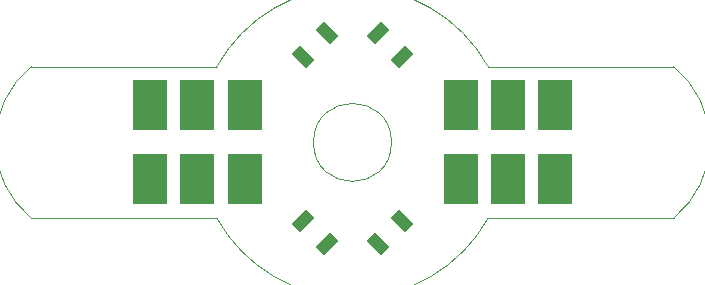
<source format=gbp>
%FSLAX25Y25*%
%MOIN*%
G70*
G01*
G75*
G04 Layer_Color=6049101*
%ADD10P,0.08352X4X360.0*%
%ADD11P,0.08352X4X90.0*%
%ADD12C,0.02500*%
%ADD13C,0.00100*%
%ADD14C,0.16500*%
%ADD15C,0.04000*%
G04:AMPARAMS|DCode=16|XSize=80mil|YSize=50mil|CornerRadius=0mil|HoleSize=0mil|Usage=FLASHONLY|Rotation=225.000|XOffset=0mil|YOffset=0mil|HoleType=Round|Shape=Rectangle|*
%AMROTATEDRECTD16*
4,1,4,0.01061,0.04596,0.04596,0.01061,-0.01061,-0.04596,-0.04596,-0.01061,0.01061,0.04596,0.0*
%
%ADD16ROTATEDRECTD16*%

G04:AMPARAMS|DCode=17|XSize=80mil|YSize=50mil|CornerRadius=0mil|HoleSize=0mil|Usage=FLASHONLY|Rotation=315.000|XOffset=0mil|YOffset=0mil|HoleType=Round|Shape=Rectangle|*
%AMROTATEDRECTD17*
4,1,4,-0.04596,0.01061,-0.01061,0.04596,0.04596,-0.01061,0.01061,-0.04596,-0.04596,0.01061,0.0*
%
%ADD17ROTATEDRECTD17*%

%ADD18R,0.12205X0.17716*%
%ADD19R,0.12205X0.17716*%
%ADD20C,0.01000*%
%ADD21P,0.06937X4X360.0*%
%ADD22P,0.06937X4X90.0*%
G04:AMPARAMS|DCode=23|XSize=70mil|YSize=40mil|CornerRadius=0mil|HoleSize=0mil|Usage=FLASHONLY|Rotation=225.000|XOffset=0mil|YOffset=0mil|HoleType=Round|Shape=Rectangle|*
%AMROTATEDRECTD23*
4,1,4,0.01061,0.03889,0.03889,0.01061,-0.01061,-0.03889,-0.03889,-0.01061,0.01061,0.03889,0.0*
%
%ADD23ROTATEDRECTD23*%

G04:AMPARAMS|DCode=24|XSize=70mil|YSize=40mil|CornerRadius=0mil|HoleSize=0mil|Usage=FLASHONLY|Rotation=315.000|XOffset=0mil|YOffset=0mil|HoleType=Round|Shape=Rectangle|*
%AMROTATEDRECTD24*
4,1,4,-0.03889,0.01061,-0.01061,0.03889,0.03889,-0.01061,0.01061,-0.03889,-0.03889,0.01061,0.0*
%
%ADD24ROTATEDRECTD24*%

%ADD25R,0.11205X0.16716*%
%ADD26R,0.11205X0.16716*%
D13*
X645179Y525300D02*
G03*
X554721Y525300I-45229J-25250D01*
G01*
Y474800D02*
G03*
X645179Y474800I45229J25250D01*
G01*
X612950Y500050D02*
G03*
X612950Y500050I-13000J0D01*
G01*
X492888Y525300D02*
G03*
X492888Y474800I20462J-25250D01*
G01*
X707012D02*
G03*
X707012Y525300I-20462J25250D01*
G01*
X492888Y474800D02*
X554721D01*
X492888Y525300D02*
X554721D01*
X645179Y474800D02*
X707012D01*
X645179Y525300D02*
X707012D01*
D23*
X583611Y473889D02*
D03*
X591389Y466111D02*
D03*
X616389Y528611D02*
D03*
X608611Y536389D02*
D03*
D24*
Y466111D02*
D03*
X616389Y473889D02*
D03*
X591389Y536389D02*
D03*
X583611Y528611D02*
D03*
D25*
X636004Y512500D02*
D03*
X651752D02*
D03*
X667500D02*
D03*
X564000Y487894D02*
D03*
X548252D02*
D03*
X532504D02*
D03*
D26*
X636004D02*
D03*
X651752D02*
D03*
X667500D02*
D03*
X564000Y512500D02*
D03*
X548252D02*
D03*
X532504D02*
D03*
M02*

</source>
